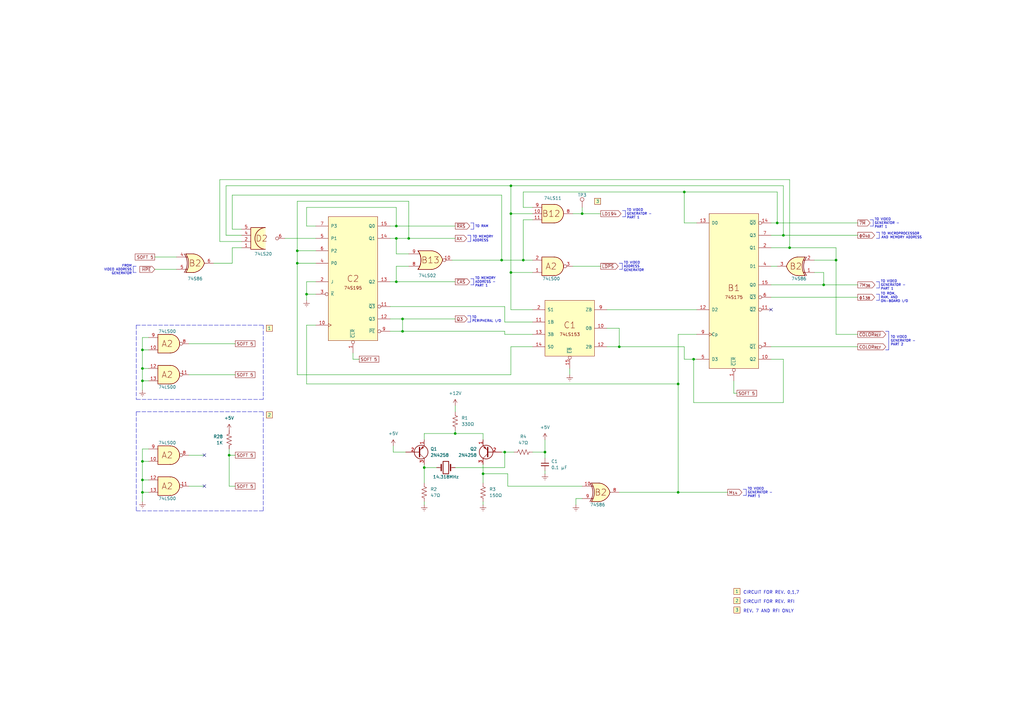
<source format=kicad_sch>
(kicad_sch (version 20211123) (generator eeschema)
  (paper "A3")
  (title_block (title "Apple II - Clock Generator") (date "2022-07-11") (rev "All") (company "Apple Computers, Inc.") (comment 1 "Original schematic by Apple Computers") (comment 2 "https://github.com/omega9380/Retro-Schematics") (comment 3 "Replication by Omega9380 - July 2022") (comment 4 "Source: The Apple II Circuit Description by W. Gayler"))
  (lib_symbols
    (symbol "Apple II:A2_74LS00" (pin_names (offset 1.016))
      (property "Value" "A2_74LS00" (at 0 -6.35 0))
      (symbol "A2_74LS00_0_0"
        (text "A2" (at 0 0 0) (effects (font (size 2.54 2.54))))
      )
      (symbol "A2_74LS00_1_1"
        (pin input line (at -7.62 2.54 0) (length 3.81) (name "~") (number "1"))
        (pin input line (at -7.62 -2.54 0) (length 3.81) (name "~") (number "2"))
        (pin output inverted (at 8.89 0 180) (length 3.81) (name "~") (number "3"))
      )
      (symbol "A2_74LS00_1_2"
        (pin input inverted (at -7.62 2.54 0) (length 4.318) (name "~") (number "1"))
        (pin input inverted (at -7.62 -2.54 0) (length 4.318) (name "~") (number "2"))
        (pin output line (at 7.62 0 180) (length 3.81) (name "~") (number "3"))
      )
      (symbol "A2_74LS00_2_1"
        (pin input line (at -7.62 2.54 0) (length 3.81) (name "~") (number "4"))
        (pin input line (at -7.62 -2.54 0) (length 3.81) (name "~") (number "5"))
        (pin output inverted (at 8.89 0 180) (length 3.81) (name "~") (number "6"))
      )
      (symbol "A2_74LS00_2_2"
        (pin input inverted (at -7.62 2.54 0) (length 4.318) (name "~") (number "4"))
        (pin input inverted (at -7.62 -2.54 0) (length 4.318) (name "~") (number "5"))
        (pin output line (at 7.62 0 180) (length 3.81) (name "~") (number "6"))
      )
      (symbol "A2_74LS00_3_1"
        (pin input line (at -7.62 -2.54 0) (length 3.81) (name "~") (number "10"))
        (pin output inverted (at 8.89 0 180) (length 3.81) (name "~") (number "8"))
        (pin input line (at -7.62 2.54 0) (length 3.81) (name "~") (number "9"))
      )
      (symbol "A2_74LS00_3_2"
        (pin input inverted (at -7.62 -2.54 0) (length 4.318) (name "~") (number "10"))
        (pin output line (at 7.62 0 180) (length 3.81) (name "~") (number "8"))
        (pin input inverted (at -7.62 2.54 0) (length 4.318) (name "~") (number "9"))
      )
      (symbol "A2_74LS00_4_1"
        (pin output inverted (at 8.89 0 180) (length 3.81) (name "~") (number "11"))
        (pin input line (at -7.62 2.54 0) (length 3.81) (name "~") (number "12"))
        (pin input line (at -7.62 -2.54 0) (length 3.81) (name "~") (number "13"))
      )
      (symbol "A2_74LS00_4_2"
        (pin output line (at 7.62 0 180) (length 3.81) (name "~") (number "11"))
        (pin input inverted (at -7.62 2.54 0) (length 4.318) (name "~") (number "12"))
        (pin input inverted (at -7.62 -2.54 0) (length 4.318) (name "~") (number "13"))
      )
    )
    (symbol "Apple II:B12_74LS11" (pin_names (offset 1.016))
      (property "Value" "B12_74LS11" (at 0 -6.35 0))
      (symbol "B12_74LS11_0_0"
        (text "B12" (at 0 0 0) (effects (font (size 2.54 2.54))))
      )
      (symbol "B12_74LS11_1_1"
        (pin input line (at -7.62 2.54 0) (length 3.81) (name "~") (number "1"))
        (pin output line (at 8.89 0 180) (length 3.81) (name "~") (number "12"))
        (pin input line (at -7.62 -2.54 0) (length 3.81) (name "~") (number "13"))
        (pin input line (at -7.62 0 0) (length 3.81) (name "~") (number "2"))
      )
      (symbol "B12_74LS11_1_2"
        (pin input inverted (at -7.62 2.54 0) (length 4.318) (name "~") (number "1"))
        (pin output inverted (at 7.62 0 180) (length 3.81) (name "~") (number "12"))
        (pin input inverted (at -7.62 -2.54 0) (length 4.318) (name "~") (number "13"))
        (pin input inverted (at -7.62 0 0) (length 4.953) (name "~") (number "2"))
      )
      (symbol "B12_74LS11_2_1"
        (pin input line (at -7.62 2.54 0) (length 3.81) (name "~") (number "3"))
        (pin input line (at -7.62 0 0) (length 3.81) (name "~") (number "4"))
        (pin input line (at -7.62 -2.54 0) (length 3.81) (name "~") (number "5"))
        (pin output line (at 8.89 0 180) (length 3.81) (name "~") (number "6"))
      )
      (symbol "B12_74LS11_2_2"
        (pin input inverted (at -7.62 2.54 0) (length 4.318) (name "~") (number "3"))
        (pin input inverted (at -7.62 0 0) (length 4.953) (name "~") (number "4"))
        (pin input inverted (at -7.62 -2.54 0) (length 4.318) (name "~") (number "5"))
        (pin output inverted (at 7.62 0 180) (length 3.81) (name "~") (number "6"))
      )
      (symbol "B12_74LS11_3_1"
        (pin input line (at -7.62 0 0) (length 3.81) (name "~") (number "10"))
        (pin input line (at -7.62 -2.54 0) (length 3.81) (name "~") (number "11"))
        (pin output line (at 8.89 0 180) (length 3.81) (name "~") (number "8"))
        (pin input line (at -7.62 2.54 0) (length 3.81) (name "~") (number "9"))
      )
      (symbol "B12_74LS11_3_2"
        (pin input inverted (at -7.62 0 0) (length 4.953) (name "~") (number "10"))
        (pin input inverted (at -7.62 -2.54 0) (length 4.318) (name "~") (number "11"))
        (pin output inverted (at 7.62 0 180) (length 3.81) (name "~") (number "8"))
        (pin input inverted (at -7.62 2.54 0) (length 4.318) (name "~") (number "9"))
      )
    )
    (symbol "Apple II:B13_74LS02" (pin_names (offset 1.016))
      (property "Value" "B13_74LS02" (at 0 -6.35 0))
      (symbol "B13_74LS02_0_0"
        (text "B13" (at 1.27 0 0) (effects (font (size 2.54 2.54))))
      )
      (symbol "B13_74LS02_1_1"
        (pin output inverted (at 10.16 0 180) (length 3.81) (name "~") (number "1"))
        (pin input line (at -7.62 2.54 0) (length 4.318) (name "~") (number "2"))
        (pin input line (at -7.62 -2.54 0) (length 4.318) (name "~") (number "3"))
      )
      (symbol "B13_74LS02_1_2"
        (pin output line (at 7.62 0 180) (length 3.81) (name "~") (number "1"))
        (pin input inverted (at -7.62 2.54 0) (length 3.81) (name "~") (number "2"))
        (pin input inverted (at -7.62 -2.54 0) (length 3.81) (name "~") (number "3"))
      )
      (symbol "B13_74LS02_2_1"
        (pin output inverted (at 10.16 0 180) (length 3.81) (name "~") (number "4"))
        (pin input line (at -7.62 2.54 0) (length 4.318) (name "~") (number "5"))
        (pin input line (at -7.62 -2.54 0) (length 4.318) (name "~") (number "6"))
      )
      (symbol "B13_74LS02_2_2"
        (pin output line (at 7.62 0 180) (length 3.81) (name "~") (number "4"))
        (pin input inverted (at -7.62 2.54 0) (length 3.81) (name "~") (number "5"))
        (pin input inverted (at -7.62 -2.54 0) (length 3.81) (name "~") (number "6"))
      )
      (symbol "B13_74LS02_3_1"
        (pin output inverted (at 10.16 0 180) (length 3.81) (name "~") (number "10"))
        (pin input line (at -7.62 2.54 0) (length 4.318) (name "~") (number "8"))
        (pin input line (at -7.62 -2.54 0) (length 4.318) (name "~") (number "9"))
      )
      (symbol "B13_74LS02_3_2"
        (pin output line (at 7.62 0 180) (length 3.81) (name "~") (number "10"))
        (pin input inverted (at -7.62 2.54 0) (length 3.81) (name "~") (number "8"))
        (pin input inverted (at -7.62 -2.54 0) (length 3.81) (name "~") (number "9"))
      )
      (symbol "B13_74LS02_4_1"
        (pin input line (at -7.62 2.54 0) (length 4.318) (name "~") (number "11"))
        (pin input line (at -7.62 -2.54 0) (length 4.318) (name "~") (number "12"))
        (pin output inverted (at 10.16 0 180) (length 3.81) (name "~") (number "13"))
      )
      (symbol "B13_74LS02_4_2"
        (pin input inverted (at -7.62 2.54 0) (length 3.81) (name "~") (number "11"))
        (pin input inverted (at -7.62 -2.54 0) (length 3.81) (name "~") (number "12"))
        (pin output line (at 7.62 0 180) (length 3.81) (name "~") (number "13"))
      )
    )
    (symbol "Apple II:B1_74S175" (pin_names (offset 1.016))
      (symbol "B1_74S175_0_0"
        (text "74S175" (at 10.16 -34.29 0) (effects (font (size 1.27 1.27))))
        (text "B1" (at 10.16 -30.48 0) (effects (font (size 2.54 2.54))))
      )
      (symbol "B1_74S175_1_0"
        (pin input inverted (at 10.16 -68.58 90) (length 5.08) (name "~{CLR}") (number "1"))
        (pin output line (at 25.4 -59.69 180) (length 5.08) (name "Q2") (number "10"))
        (pin output inverted (at 25.4 -39.37 180) (length 5.08) (name "~{Q2}") (number "11"))
        (pin input line (at -5.08 -39.37 0) (length 5.08) (name "D2") (number "12"))
        (pin input line (at -5.08 -3.81 0) (length 5.08) (name "D0") (number "13"))
        (pin output inverted (at 25.4 -3.81 180) (length 5.08) (name "~{Q0}") (number "14"))
        (pin output line (at 25.4 -29.21 180) (length 5.08) (name "Q0") (number "15"))
        (pin output line (at 25.4 -13.97 180) (length 5.08) (name "Q1") (number "2"))
        (pin output inverted (at 25.4 -54.61 180) (length 5.08) (name "~{Q1}") (number "3"))
        (pin input line (at 25.4 -21.59 180) (length 5.08) (name "D1") (number "4"))
        (pin input line (at -5.08 -59.69 0) (length 5.08) (name "D3") (number "5"))
        (pin output inverted (at 25.4 -34.29 180) (length 5.08) (name "~{Q3}") (number "6"))
        (pin output line (at 25.4 -8.89 180) (length 5.08) (name "Q3") (number "7"))
        (pin input clock (at -5.08 -49.53 0) (length 5.08) (name "Cp") (number "9"))
      )
    )
    (symbol "Apple II:B2_74S86" (pin_names (offset 1.016))
      (property "Value" "B2_74S86" (at 0 -5.08 0))
      (symbol "B2_74S86_0_0"
        (text "B2" (at 0 0 0) (effects (font (size 2.54 2.54))))
      )
      (symbol "B2_74S86_1_0"
        (pin input line (at -7.62 2.54 0) (length 4.445) (name "~") (number "1"))
        (pin input line (at -7.62 -2.54 0) (length 4.445) (name "~") (number "2"))
        (pin output line (at 7.62 0 180) (length 3.81) (name "~") (number "3"))
      )
      (symbol "B2_74S86_2_0"
        (pin input line (at -7.62 2.54 0) (length 4.445) (name "~") (number "4"))
        (pin input line (at -7.62 -2.54 0) (length 4.445) (name "~") (number "5"))
        (pin output line (at 7.62 0 180) (length 3.81) (name "~") (number "6"))
      )
      (symbol "B2_74S86_3_0"
        (pin input line (at -7.62 -2.54 0) (length 4.445) (name "~") (number "10"))
        (pin output line (at 7.62 0 180) (length 3.81) (name "~") (number "8"))
        (pin input line (at -7.62 2.54 0) (length 4.445) (name "~") (number "9"))
      )
      (symbol "B2_74S86_4_0"
        (pin output line (at 7.62 0 180) (length 3.81) (name "~") (number "11"))
        (pin input line (at -7.62 2.54 0) (length 4.445) (name "~") (number "12"))
        (pin input line (at -7.62 -2.54 0) (length 4.445) (name "~") (number "13"))
      )
    )
    (symbol "Apple II:C1_74LS153" (pin_names (offset 1.016))
      (symbol "C1_74LS153_1_0"
        (pin input line (at 25.4 -11.43 180) (length 5.08) (name "0B") (number "10"))
        (pin input line (at -5.08 -8.89 0) (length 5.08) (name "1B") (number "11"))
        (pin input line (at 25.4 -19.05 180) (length 5.08) (name "2B") (number "12"))
        (pin input line (at -5.08 -13.97 0) (length 5.08) (name "3B") (number "13"))
        (pin input line (at -5.08 -19.05 0) (length 5.08) (name "S0") (number "14"))
        (pin input inverted (at 10.16 -27.94 90) (length 5.08) (name "~{EB}") (number "15"))
        (pin input line (at -5.08 -3.81 0) (length 5.08) (name "S1") (number "2"))
        (pin output line (at 25.4 -3.81 180) (length 5.08) (name "ZB") (number "9"))
      )
      (symbol "C1_74LS153_1_1"
        (text "74LS153" (at 10.16 -13.97 0) (effects (font (size 1.27 1.27))))
        (text "C1" (at 10.16 -10.16 0) (effects (font (size 2.54 2.54))))
      )
      (symbol "C1_74LS153_2_0"
        (pin input inverted (at 10.16 -31.75 90) (length 5.08) (name "~{EA}") (number "1"))
        (pin input line (at -5.08 -22.86 0) (length 5.08) (name "S0") (number "14"))
        (pin input line (at -5.08 -19.05 0) (length 5.08) (name "S1") (number "2"))
        (pin input line (at -5.08 -11.43 0) (length 5.08) (name "3A") (number "3"))
        (pin input line (at -5.08 -15.24 0) (length 5.08) (name "2A") (number "4"))
        (pin input line (at -5.08 -7.62 0) (length 5.08) (name "1A") (number "5"))
        (pin input line (at -5.08 -3.81 0) (length 5.08) (name "0A") (number "6"))
        (pin output line (at 25.4 -13.97 180) (length 5.08) (name "ZA") (number "7"))
      )
      (symbol "C1_74LS153_2_1"
        (text "74LS153" (at 10.16 -15.24 0) (effects (font (size 1.27 1.27))))
        (text "C1" (at 10.16 -11.43 0) (effects (font (size 2.54 2.54))))
      )
      (symbol "C1_74LS153_3_0"
        (pin input inverted (at 10.16 -34.29 90) (length 5.08) (name "~{EA}") (number "1"))
        (pin input line (at -5.08 -25.4 0) (length 5.08) (name "S0") (number "14"))
        (pin input line (at -5.08 -21.59 0) (length 5.08) (name "S1") (number "2"))
        (pin input line (at -5.08 -13.97 0) (length 5.08) (name "3A") (number "3"))
        (pin input line (at -5.08 -17.78 0) (length 5.08) (name "2A") (number "4"))
        (pin input line (at -5.08 -7.62 0) (length 5.08) (name "1A") (number "5"))
        (pin input line (at -5.08 -3.81 0) (length 5.08) (name "0A") (number "6"))
        (pin output line (at 25.4 -13.97 180) (length 5.08) (name "ZA") (number "7"))
      )
      (symbol "C1_74LS153_3_1"
        (text "74LS153" (at 10.16 -15.24 0) (effects (font (size 1.27 1.27))))
        (text "C1" (at 10.16 -11.43 0) (effects (font (size 2.54 2.54))))
      )
    )
    (symbol "Apple II:C2_74S195" (pin_names (offset 1.016))
      (symbol "C2_74S195_0_0"
        (text "74S195" (at 10.16 -29.21 0) (effects (font (size 1.27 1.27))))
        (text "C2" (at 10.16 -25.4 0) (effects (font (size 2.54 2.54))))
      )
      (symbol "C2_74S195_1_0"
        (pin input inverted (at 10.16 -55.88 90) (length 5.08) (name "~{CLR}") (number "1"))
        (pin input clock (at -5.08 -44.45 0) (length 5.08) (name "") (number "10"))
        (pin output inverted (at 25.4 -36.83 180) (length 5.08) (name "~{Q3}") (number "11"))
        (pin output line (at 25.4 -41.91 180) (length 5.08) (name "Q3") (number "12"))
        (pin output line (at 25.4 -26.67 180) (length 5.08) (name "Q2") (number "13"))
        (pin output line (at 25.4 -8.89 180) (length 5.08) (name "Q1") (number "14"))
        (pin output line (at 25.4 -3.81 180) (length 5.08) (name "Q0") (number "15"))
        (pin input line (at -5.08 -26.67 0) (length 5.08) (name "J") (number "2"))
        (pin input inverted (at -5.08 -31.75 0) (length 5.08) (name "~{K}") (number "3"))
        (pin input line (at -5.08 -19.05 0) (length 5.08) (name "P0") (number "4"))
        (pin input line (at -5.08 -8.89 0) (length 5.08) (name "P1") (number "5"))
        (pin input line (at -5.08 -13.97 0) (length 5.08) (name "P2") (number "6"))
        (pin input line (at -5.08 -3.81 0) (length 5.08) (name "P3") (number "7"))
        (pin input inverted (at 25.4 -46.99 180) (length 5.08) (name "~{PE}") (number "9"))
      )
    )
    (symbol "Apple II:D2_74LS20" (pin_names (offset 1.016))
      (property "Value" "D2_74LS20" (at 0 -6.35 0))
      (symbol "D2_74LS20_0_0"
        (text "D2" (at 0.635 0 0) (effects (font (size 2.54 2.54))))
      )
      (symbol "D2_74LS20_1_1"
        (pin input line (at -7.62 -3.81 0) (length 3.81) (name "~") (number "1"))
        (pin input line (at -7.62 -1.27 0) (length 3.81) (name "~") (number "2"))
        (pin input line (at -7.62 1.27 0) (length 3.81) (name "~") (number "4"))
        (pin input line (at -7.62 3.81 0) (length 3.81) (name "~") (number "5"))
        (pin output inverted (at 10.16 0 180) (length 3.81) (name "~") (number "6"))
      )
      (symbol "D2_74LS20_1_2"
        (pin input inverted (at -7.62 3.81 0) (length 3.81) (name "~") (number "1"))
        (pin input inverted (at -7.62 1.27 0) (length 4.826) (name "~") (number "2"))
        (pin input inverted (at -7.62 -1.27 0) (length 4.826) (name "~") (number "4"))
        (pin input inverted (at -7.62 -3.81 0) (length 3.81) (name "~") (number "5"))
        (pin output line (at 7.62 0 180) (length 3.81) (name "~") (number "6"))
      )
      (symbol "D2_74LS20_2_1"
        (pin input line (at -7.62 -1.27 0) (length 3.81) (name "~") (number "10"))
        (pin input line (at -7.62 1.27 0) (length 3.81) (name "~") (number "12"))
        (pin input line (at -7.62 3.81 0) (length 3.81) (name "~") (number "13"))
        (pin output inverted (at 10.16 0 180) (length 3.81) (name "~") (number "8"))
        (pin input line (at -7.62 -3.81 0) (length 3.81) (name "~") (number "9"))
      )
      (symbol "D2_74LS20_2_2"
        (pin input inverted (at -7.62 1.27 0) (length 4.826) (name "~") (number "10"))
        (pin input inverted (at -7.62 -1.27 0) (length 4.826) (name "~") (number "12"))
        (pin input inverted (at -7.62 -3.81 0) (length 3.81) (name "~") (number "13"))
        (pin output line (at 7.62 0 180) (length 3.81) (name "~") (number "8"))
        (pin input inverted (at -7.62 3.81 0) (length 3.81) (name "~") (number "9"))
      )
    )
    (symbol "Apple II:NOTE_NUMBER"
      (property "Value" "NOTE_NUMBER" (at 0 0 0))
    )
    (symbol "Connector:TestPoint" (pin_numbers hide) (pin_names (offset 0.762) hide)
      (property "Reference" "TP" (at 0 6.858 0))
      (property "Value" "TestPoint" (at 0 5.08 0))
      (symbol "TestPoint_1_1"
        (pin passive line (at 0 0 90) (length 2.54) (name "1") (number "1"))
      )
    )
    (symbol "Device:C_Small" (pin_numbers hide) (pin_names (offset 0.254) hide)
      (property "Reference" "C" (at 0.254 1.778 0))
      (property "Value" "C_Small" (at 0.254 -2.032 0))
      (symbol "C_Small_1_1"
        (pin passive line (at 0 2.54 270) (length 2.032) (name "~") (number "1"))
        (pin passive line (at 0 -2.54 90) (length 2.032) (name "~") (number "2"))
      )
    )
    (symbol "Device:Crystal" (pin_numbers hide) (pin_names (offset 1.016) hide)
      (property "Reference" "Y" (at 0 3.81 0))
      (property "Value" "Crystal" (at 0 -3.81 0))
      (symbol "Crystal_1_1"
        (pin passive line (at -3.81 0 0) (length 1.27) (name "1") (number "1"))
        (pin passive line (at 3.81 0 180) (length 1.27) (name "2") (number "2"))
      )
    )
    (symbol "Device:R_US" (pin_numbers hide) (pin_names (offset 0))
      (property "Reference" "R" (at 2.54 0 90))
      (property "Value" "R_US" (at -2.54 0 90))
      (symbol "R_US_1_1"
        (pin passive line (at 0 3.81 270) (length 1.27) (name "~") (number "1"))
        (pin passive line (at 0 -3.81 90) (length 1.27) (name "~") (number "2"))
      )
    )
    (symbol "Transistor_BJT:2N3905" (pin_names (offset 0) hide)
      (property "Reference" "Q" (at 5.08 1.905 0))
      (property "Value" "2N3905" (at 5.08 0 0))
      (symbol "2N3905_1_1"
        (pin passive line (at 2.54 -5.08 90) (length 2.54) (name "E") (number "1"))
        (pin input line (at -5.08 0 0) (length 5.715) (name "B") (number "2"))
        (pin passive line (at 2.54 5.08 270) (length 2.54) (name "C") (number "3"))
      )
    )
    (symbol "power:+12V" (power) (pin_names (offset 0))
      (property "Value" "+12V" (at 0 3.556 0))
      (symbol "+12V_1_1"
        (pin power_in line (at 0 0 90) (length 0) hide (name "+12V") (number "1"))
      )
    )
    (symbol "power:+5V" (power) (pin_names (offset 0))
      (property "Value" "+5V" (at 0 3.556 0))
      (symbol "+5V_1_1"
        (pin power_in line (at 0 0 90) (length 0) hide (name "+5V") (number "1"))
      )
    )
    (symbol "power:Earth" (power) (pin_names (offset 0))
      (symbol "Earth_1_1"
        (pin power_in line (at 0 0 270) (length 0) hide (name "Earth") (number "1"))
      )
    )
  )
  (junction (at 209.55 111.76))
  (junction (at 278.13 157.48))
  (junction (at 173.99 191.77))
  (junction (at 93.98 186.69))
  (junction (at 121.92 102.87))
  (junction (at 318.77 91.44))
  (junction (at 214.63 106.68))
  (junction (at 58.42 201.93))
  (junction (at 162.56 115.57))
  (junction (at 125.73 120.65))
  (junction (at 186.69 177.8))
  (junction (at 58.42 156.21))
  (junction (at 58.42 143.51))
  (junction (at 207.01 185.42))
  (junction (at 162.56 92.71))
  (junction (at 278.13 201.93))
  (junction (at 238.76 87.63))
  (junction (at 209.55 87.63))
  (junction (at 58.42 196.85))
  (junction (at 254 142.24))
  (junction (at 284.48 147.32))
  (junction (at 223.52 185.42))
  (junction (at 321.31 96.52))
  (junction (at 337.82 116.84))
  (junction (at 165.1 135.89))
  (junction (at 121.92 107.95))
  (junction (at 58.42 189.23))
  (junction (at 323.85 101.6))
  (junction (at 205.74 106.68))
  (junction (at 167.64 97.79))
  (junction (at 162.56 97.79))
  (junction (at 198.12 194.31))
  (junction (at 342.9 106.68))
  (junction (at 209.55 76.2))
  (junction (at 280.67 78.74))
  (junction (at 165.1 130.81))
  (junction (at 58.42 151.13))
  (no_connect (at 83.82 199.39))
  (no_connect (at 316.23 127))
  (no_connect (at 83.82 186.69))
  (polyline (pts (xy 55.88 111.76) (xy 54.61 111.76)) (stroke (width 0) (type solid)))
  (wire (pts (xy 248.92 134.62) (xy 254 134.62)))
  (wire (pts (xy 218.44 111.76) (xy 209.55 111.76)))
  (wire (pts (xy 161.29 185.42) (xy 161.29 182.88)))
  (wire (pts (xy 186.69 97.79) (xy 167.64 97.79)))
  (wire (pts (xy 121.92 102.87) (xy 121.92 107.95)))
  (wire (pts (xy 207.01 125.73) (xy 207.01 132.08)))
  (wire (pts (xy 207.01 137.16) (xy 207.01 135.89)))
  (polyline (pts (xy 255.27 107.95) (xy 255.27 110.49)) (stroke (width 0) (type solid)))
  (polyline (pts (xy 193.04 114.3) (xy 194.31 114.3)) (stroke (width 0) (type solid)))
  (wire (pts (xy 186.69 177.8) (xy 173.99 177.8)))
  (wire (pts (xy 167.64 82.55) (xy 167.64 97.79)))
  (wire (pts (xy 246.38 87.63) (xy 238.76 87.63)))
  (wire (pts (xy 218.44 185.42) (xy 223.52 185.42)))
  (wire (pts (xy 351.79 121.92) (xy 316.23 121.92)))
  (wire (pts (xy 173.99 190.5) (xy 173.99 191.77)))
  (wire (pts (xy 238.76 204.47) (xy 236.22 204.47)))
  (polyline (pts (xy 360.68 115.57) (xy 360.68 118.11)) (stroke (width 0) (type solid)))
  (wire (pts (xy 209.55 142.24) (xy 218.44 142.24)))
  (wire (pts (xy 337.82 116.84) (xy 316.23 116.84)))
  (wire (pts (xy 198.12 180.34) (xy 198.12 177.8)))
  (wire (pts (xy 58.42 201.93) (xy 60.96 201.93)))
  (wire (pts (xy 95.25 101.6) (xy 95.25 107.95)))
  (wire (pts (xy 207.01 185.42) (xy 205.74 185.42)))
  (wire (pts (xy 186.69 166.37) (xy 186.69 168.91)))
  (wire (pts (xy 96.52 140.97) (xy 77.47 140.97)))
  (wire (pts (xy 162.56 92.71) (xy 186.69 92.71)))
  (polyline (pts (xy 55.88 168.91) (xy 55.88 209.55)))
  (wire (pts (xy 99.06 101.6) (xy 95.25 101.6)))
  (polyline (pts (xy 193.04 129.54) (xy 193.04 132.08)) (stroke (width 0) (type solid)))
  (wire (pts (xy 238.76 199.39) (xy 208.28 199.39)))
  (wire (pts (xy 99.06 99.06) (xy 90.17 99.06)))
  (wire (pts (xy 162.56 104.14) (xy 162.56 97.79)))
  (polyline (pts (xy 54.61 111.76) (xy 54.61 109.22)) (stroke (width 0) (type solid)))
  (wire (pts (xy 321.31 96.52) (xy 316.23 96.52)))
  (polyline (pts (xy 304.8 203.2) (xy 306.07 203.2)) (stroke (width 0) (type solid)))
  (wire (pts (xy 323.85 73.66) (xy 323.85 101.6)))
  (wire (pts (xy 99.06 96.52) (xy 92.71 96.52)))
  (wire (pts (xy 186.69 176.53) (xy 186.69 177.8)))
  (wire (pts (xy 186.69 130.81) (xy 165.1 130.81)))
  (polyline (pts (xy 55.88 109.22) (xy 54.61 109.22)) (stroke (width 0) (type solid)))
  (wire (pts (xy 60.96 196.85) (xy 58.42 196.85)))
  (wire (pts (xy 125.73 115.57) (xy 125.73 120.65)))
  (polyline (pts (xy 356.87 90.17) (xy 358.14 90.17)) (stroke (width 0) (type solid)))
  (wire (pts (xy 351.79 91.44) (xy 318.77 91.44)))
  (wire (pts (xy 209.55 76.2) (xy 321.31 76.2)))
  (wire (pts (xy 278.13 201.93) (xy 298.45 201.93)))
  (wire (pts (xy 83.82 186.69) (xy 77.47 186.69)))
  (wire (pts (xy 210.82 185.42) (xy 207.01 185.42)))
  (polyline (pts (xy 360.68 120.65) (xy 360.68 123.19)) (stroke (width 0) (type solid)))
  (wire (pts (xy 58.42 205.74) (xy 58.42 201.93)))
  (wire (pts (xy 165.1 135.89) (xy 207.01 135.89)))
  (wire (pts (xy 233.68 153.67) (xy 233.68 151.13)))
  (wire (pts (xy 214.63 106.68) (xy 218.44 106.68)))
  (wire (pts (xy 92.71 96.52) (xy 92.71 76.2)))
  (wire (pts (xy 318.77 109.22) (xy 316.23 109.22)))
  (wire (pts (xy 166.37 185.42) (xy 161.29 185.42)))
  (wire (pts (xy 321.31 165.1) (xy 284.48 165.1)))
  (polyline (pts (xy 55.88 133.35) (xy 55.88 163.83)))
  (wire (pts (xy 160.02 135.89) (xy 165.1 135.89)))
  (wire (pts (xy 278.13 157.48) (xy 125.73 157.48)))
  (wire (pts (xy 223.52 185.42) (xy 223.52 187.96)))
  (wire (pts (xy 92.71 76.2) (xy 209.55 76.2)))
  (wire (pts (xy 323.85 101.6) (xy 342.9 101.6)))
  (wire (pts (xy 223.52 194.31) (xy 223.52 193.04)))
  (wire (pts (xy 218.44 85.09) (xy 214.63 85.09)))
  (wire (pts (xy 116.84 97.79) (xy 129.54 97.79)))
  (wire (pts (xy 318.77 91.44) (xy 316.23 91.44)))
  (wire (pts (xy 125.73 85.09) (xy 162.56 85.09)))
  (wire (pts (xy 280.67 147.32) (xy 280.67 142.24)))
  (wire (pts (xy 162.56 85.09) (xy 162.56 92.71)))
  (wire (pts (xy 144.78 147.32) (xy 147.32 147.32)))
  (wire (pts (xy 83.82 199.39) (xy 77.47 199.39)))
  (wire (pts (xy 351.79 96.52) (xy 321.31 96.52)))
  (polyline (pts (xy 194.31 93.98) (xy 194.31 91.44)) (stroke (width 0) (type solid)))
  (wire (pts (xy 121.92 82.55) (xy 121.92 102.87)))
  (polyline (pts (xy 359.41 115.57) (xy 360.68 115.57)) (stroke (width 0) (type solid)))
  (wire (pts (xy 125.73 120.65) (xy 129.54 120.65)))
  (wire (pts (xy 165.1 130.81) (xy 160.02 130.81)))
  (polyline (pts (xy 193.04 93.98) (xy 194.31 93.98)) (stroke (width 0) (type solid)))
  (wire (pts (xy 300.99 156.21) (xy 300.99 161.29)))
  (wire (pts (xy 280.67 142.24) (xy 254 142.24)))
  (wire (pts (xy 209.55 153.67) (xy 209.55 142.24)))
  (wire (pts (xy 162.56 109.22) (xy 162.56 115.57)))
  (wire (pts (xy 121.92 107.95) (xy 129.54 107.95)))
  (wire (pts (xy 278.13 137.16) (xy 278.13 157.48)))
  (polyline (pts (xy 256.54 86.36) (xy 256.54 88.9)) (stroke (width 0) (type solid)))
  (wire (pts (xy 198.12 190.5) (xy 198.12 194.31)))
  (wire (pts (xy 58.42 189.23) (xy 60.96 189.23)))
  (wire (pts (xy 334.01 106.68) (xy 342.9 106.68)))
  (wire (pts (xy 214.63 85.09) (xy 214.63 78.74)))
  (wire (pts (xy 93.98 199.39) (xy 93.98 186.69)))
  (wire (pts (xy 238.76 85.09) (xy 238.76 87.63)))
  (polyline (pts (xy 107.95 168.91) (xy 107.95 209.55)))
  (wire (pts (xy 162.56 115.57) (xy 160.02 115.57)))
  (wire (pts (xy 236.22 204.47) (xy 236.22 207.01)))
  (wire (pts (xy 167.64 109.22) (xy 162.56 109.22)))
  (wire (pts (xy 278.13 157.48) (xy 278.13 201.93)))
  (polyline (pts (xy 356.87 92.71) (xy 358.14 92.71)) (stroke (width 0) (type solid)))
  (polyline (pts (xy 254 110.49) (xy 255.27 110.49)) (stroke (width 0) (type solid)))
  (polyline (pts (xy 359.41 118.11) (xy 360.68 118.11)) (stroke (width 0) (type solid)))
  (wire (pts (xy 99.06 93.98) (xy 95.25 93.98)))
  (polyline (pts (xy 359.41 95.25) (xy 360.68 95.25)) (stroke (width 0) (type solid)))
  (wire (pts (xy 208.28 199.39) (xy 208.28 194.31)))
  (wire (pts (xy 318.77 78.74) (xy 318.77 91.44)))
  (wire (pts (xy 121.92 153.67) (xy 209.55 153.67)))
  (wire (pts (xy 95.25 93.98) (xy 95.25 80.01)))
  (polyline (pts (xy 107.95 133.35) (xy 107.95 163.83)))
  (wire (pts (xy 60.96 184.15) (xy 58.42 184.15)))
  (wire (pts (xy 342.9 106.68) (xy 342.9 137.16)))
  (wire (pts (xy 58.42 196.85) (xy 58.42 201.93)))
  (wire (pts (xy 321.31 76.2) (xy 321.31 96.52)))
  (wire (pts (xy 209.55 127) (xy 209.55 111.76)))
  (wire (pts (xy 248.92 127) (xy 285.75 127)))
  (wire (pts (xy 144.78 144.78) (xy 144.78 147.32)))
  (polyline (pts (xy 107.95 163.83) (xy 55.88 163.83)))
  (polyline (pts (xy 55.88 133.35) (xy 107.95 133.35)))
  (wire (pts (xy 72.39 105.41) (xy 63.5 105.41)))
  (wire (pts (xy 58.42 160.02) (xy 58.42 156.21)))
  (wire (pts (xy 209.55 87.63) (xy 209.55 111.76)))
  (polyline (pts (xy 191.77 132.08) (xy 193.04 132.08)) (stroke (width 0) (type solid)))
  (wire (pts (xy 121.92 82.55) (xy 167.64 82.55)))
  (wire (pts (xy 223.52 185.42) (xy 223.52 180.34)))
  (wire (pts (xy 90.17 99.06) (xy 90.17 73.66)))
  (wire (pts (xy 316.23 101.6) (xy 323.85 101.6)))
  (wire (pts (xy 58.42 143.51) (xy 60.96 143.51)))
  (wire (pts (xy 214.63 78.74) (xy 280.67 78.74)))
  (wire (pts (xy 167.64 104.14) (xy 162.56 104.14)))
  (wire (pts (xy 58.42 143.51) (xy 58.42 151.13)))
  (polyline (pts (xy 193.04 116.84) (xy 194.31 116.84)) (stroke (width 0) (type solid)))
  (wire (pts (xy 284.48 147.32) (xy 280.67 147.32)))
  (polyline (pts (xy 193.04 91.44) (xy 194.31 91.44)) (stroke (width 0) (type solid)))
  (wire (pts (xy 238.76 87.63) (xy 234.95 87.63)))
  (wire (pts (xy 173.99 198.12) (xy 173.99 191.77)))
  (polyline (pts (xy 255.27 88.9) (xy 256.54 88.9)) (stroke (width 0) (type solid)))
  (wire (pts (xy 96.52 153.67) (xy 77.47 153.67)))
  (wire (pts (xy 125.73 123.19) (xy 125.73 120.65)))
  (wire (pts (xy 63.5 110.49) (xy 72.39 110.49)))
  (wire (pts (xy 198.12 194.31) (xy 198.12 198.12)))
  (wire (pts (xy 90.17 73.66) (xy 323.85 73.66)))
  (wire (pts (xy 162.56 92.71) (xy 160.02 92.71)))
  (wire (pts (xy 205.74 106.68) (xy 185.42 106.68)))
  (wire (pts (xy 334.01 111.76) (xy 337.82 111.76)))
  (wire (pts (xy 205.74 80.01) (xy 205.74 106.68)))
  (wire (pts (xy 214.63 90.17) (xy 214.63 106.68)))
  (wire (pts (xy 129.54 102.87) (xy 121.92 102.87)))
  (polyline (pts (xy 55.88 168.91) (xy 107.95 168.91)))
  (polyline (pts (xy 191.77 99.06) (xy 193.04 99.06)) (stroke (width 0) (type solid)))
  (wire (pts (xy 129.54 115.57) (xy 125.73 115.57)))
  (wire (pts (xy 300.99 161.29) (xy 302.26 161.29)))
  (wire (pts (xy 280.67 78.74) (xy 318.77 78.74)))
  (polyline (pts (xy 254 107.95) (xy 255.27 107.95)) (stroke (width 0) (type solid)))
  (wire (pts (xy 173.99 207.01) (xy 173.99 205.74)))
  (wire (pts (xy 285.75 137.16) (xy 278.13 137.16)))
  (polyline (pts (xy 107.95 209.55) (xy 55.88 209.55)))
  (wire (pts (xy 93.98 184.15) (xy 93.98 186.69)))
  (wire (pts (xy 60.96 151.13) (xy 58.42 151.13)))
  (polyline (pts (xy 363.22 143.51) (xy 364.49 143.51)) (stroke (width 0) (type solid)))
  (wire (pts (xy 205.74 106.68) (xy 214.63 106.68)))
  (polyline (pts (xy 364.49 135.89) (xy 364.49 143.51)) (stroke (width 0) (type solid)))
  (polyline (pts (xy 191.77 129.54) (xy 193.04 129.54)) (stroke (width 0) (type solid)))
  (wire (pts (xy 58.42 151.13) (xy 58.42 156.21)))
  (wire (pts (xy 160.02 125.73) (xy 207.01 125.73)))
  (wire (pts (xy 93.98 186.69) (xy 96.52 186.69)))
  (wire (pts (xy 285.75 147.32) (xy 284.48 147.32)))
  (wire (pts (xy 207.01 191.77) (xy 207.01 185.42)))
  (wire (pts (xy 186.69 115.57) (xy 162.56 115.57)))
  (polyline (pts (xy 306.07 200.66) (xy 306.07 203.2)) (stroke (width 0) (type solid)))
  (polyline (pts (xy 359.41 123.19) (xy 360.68 123.19)) (stroke (width 0) (type solid)))
  (wire (pts (xy 167.64 97.79) (xy 162.56 97.79)))
  (wire (pts (xy 218.44 127) (xy 209.55 127)))
  (wire (pts (xy 351.79 116.84) (xy 337.82 116.84)))
  (wire (pts (xy 337.82 111.76) (xy 337.82 116.84)))
  (polyline (pts (xy 360.68 95.25) (xy 360.68 97.79)) (stroke (width 0) (type solid)))
  (polyline (pts (xy 363.22 135.89) (xy 364.49 135.89)) (stroke (width 0) (type solid)))
  (wire (pts (xy 60.96 138.43) (xy 58.42 138.43)))
  (wire (pts (xy 58.42 189.23) (xy 58.42 196.85)))
  (wire (pts (xy 351.79 142.24) (xy 316.23 142.24)))
  (wire (pts (xy 165.1 130.81) (xy 165.1 135.89)))
  (wire (pts (xy 254 142.24) (xy 248.92 142.24)))
  (wire (pts (xy 129.54 92.71) (xy 125.73 92.71)))
  (wire (pts (xy 209.55 87.63) (xy 218.44 87.63)))
  (polyline (pts (xy 304.8 200.66) (xy 306.07 200.66)) (stroke (width 0) (type solid)))
  (polyline (pts (xy 191.77 96.52) (xy 193.04 96.52)) (stroke (width 0) (type solid)))
  (polyline (pts (xy 359.41 120.65) (xy 360.68 120.65)) (stroke (width 0) (type solid)))
  (polyline (pts (xy 358.14 90.17) (xy 358.14 92.71)) (stroke (width 0) (type solid)))
  (wire (pts (xy 96.52 199.39) (xy 93.98 199.39)))
  (wire (pts (xy 58.42 184.15) (xy 58.42 189.23)))
  (wire (pts (xy 121.92 153.67) (xy 121.92 107.95)))
  (wire (pts (xy 284.48 165.1) (xy 284.48 147.32)))
  (wire (pts (xy 246.38 109.22) (xy 234.95 109.22)))
  (wire (pts (xy 173.99 191.77) (xy 179.07 191.77)))
  (wire (pts (xy 218.44 90.17) (xy 214.63 90.17)))
  (polyline (pts (xy 359.41 97.79) (xy 360.68 97.79)) (stroke (width 0) (type solid)))
  (wire (pts (xy 198.12 177.8) (xy 186.69 177.8)))
  (wire (pts (xy 186.69 191.77) (xy 207.01 191.77)))
  (polyline (pts (xy 194.31 114.3) (xy 194.31 116.84)) (stroke (width 0) (type solid)))
  (wire (pts (xy 342.9 101.6) (xy 342.9 106.68)))
  (wire (pts (xy 58.42 156.21) (xy 60.96 156.21)))
  (wire (pts (xy 209.55 76.2) (xy 209.55 87.63)))
  (wire (pts (xy 321.31 147.32) (xy 321.31 165.1)))
  (polyline (pts (xy 255.27 86.36) (xy 256.54 86.36)) (stroke (width 0) (type solid)))
  (wire (pts (xy 316.23 147.32) (xy 321.31 147.32)))
  (wire (pts (xy 280.67 91.44) (xy 285.75 91.44)))
  (wire (pts (xy 162.56 97.79) (xy 160.02 97.79)))
  (wire (pts (xy 125.73 92.71) (xy 125.73 85.09)))
  (polyline (pts (xy 193.04 96.52) (xy 193.04 99.06)) (stroke (width 0) (type solid)))
  (wire (pts (xy 254 134.62) (xy 254 142.24)))
  (wire (pts (xy 280.67 78.74) (xy 280.67 91.44)))
  (wire (pts (xy 95.25 107.95) (xy 87.63 107.95)))
  (wire (pts (xy 254 201.93) (xy 278.13 201.93)))
  (wire (pts (xy 95.25 80.01) (xy 205.74 80.01)))
  (wire (pts (xy 58.42 138.43) (xy 58.42 143.51)))
  (wire (pts (xy 208.28 194.31) (xy 198.12 194.31)))
  (wire (pts (xy 125.73 133.35) (xy 129.54 133.35)))
  (wire (pts (xy 173.99 177.8) (xy 173.99 180.34)))
  (wire (pts (xy 218.44 137.16) (xy 207.01 137.16)))
  (wire (pts (xy 125.73 157.48) (xy 125.73 133.35)))
  (wire (pts (xy 207.01 132.08) (xy 218.44 132.08)))
  (wire (pts (xy 198.12 207.01) (xy 198.12 205.74)))
  (wire (pts (xy 342.9 137.16) (xy 351.79 137.16)))
  (text "TO VIDEO\nGENERATOR -\nPART 1" (at 361.188 119.126 0) (effects (font (size 0.96 0.96)) (justify left bottom)))
  (text "TO RAM" (at 194.818 93.472 0) (effects (font (size 0.96 0.96)) (justify left bottom)))
  (text "TO VIDEO\nGENERATOR -\nPART 1" (at 257.048 89.916 0) (effects (font (size 0.96 0.96)) (justify left bottom)))
  (text "TO MICROPROCESSOR\nAND MEMORY ADDRESS" (at 361.442 98.044 0) (effects (font (size 0.96 0.96)) (justify left bottom)))
  (text "FROM\nVIDEO ADDRESS\nGENERATOR" (at 54.102 112.776 180) (effects (font (size 0.96 0.96)) (justify right bottom)))
  (text "TO MEMORY\nADDRESS -\nPART 1" (at 194.818 117.856 0) (effects (font (size 0.96 0.96)) (justify left bottom)))
  (text "TO VIDEO\nADDRESS\nGENERATOR" (at 255.778 111.506 0) (effects (font (size 0.96 0.96)) (justify left bottom)))
  (text "TO\nPERIPHERAL I/O" (at 193.548 132.334 0) (effects (font (size 0.96 0.96)) (justify left bottom)))
  (text "TO ROM,\nRAM, AND\nON-BOARD I/O" (at 361.188 124.206 0) (effects (font (size 0.96 0.96)) (justify left bottom)))
  (text "TO VIDEO\nGENERATOR -\nPART 2" (at 365.252 141.986 0) (effects (font (size 0.96 0.96)) (justify left bottom)))
  (text "REV. 7 AND RFI ONLY" (at 304.8 251.46 0) (effects (font (size 1.27 1.27)) (justify left bottom)))
  (text "TO VIDEO\nGENERATOR -\nPART 1" (at 306.578 204.216 0) (effects (font (size 0.96 0.96)) (justify left bottom)))
  (text "CIRCUIT FOR REV. RFI" (at 304.8 247.65 0) (effects (font (size 1.27 1.27)) (justify left bottom)))
  (text "TO VIDEO\nGENERATOR -\nPART 1" (at 358.648 93.726 0) (effects (font (size 0.96 0.96)) (justify left bottom)))
  (text "TO MEMORY\nADDRESS" (at 193.802 99.314 0) (effects (font (size 0.96 0.96)) (justify left bottom)))
  (text "CIRCUIT FOR REV. 0,1,7" (at 304.8 243.84 0) (effects (font (size 1.27 1.27)) (justify left bottom)))
  (global_label "Q3" (shape output) (at 186.69 130.81 0) (property "Intersheet References" "${INTERSHEET_REFS}" (effects hide)))
  (global_label "SOFT 5" (shape passive) (at 96.52 186.69 0) (property "Intersheet References" "${INTERSHEET_REFS}" (effects hide)))
  (global_label "~{CAS}" (shape output) (at 186.69 115.57 0) (property "Intersheet References" "${INTERSHEET_REFS}" (effects hide)))
  (global_label "7M_{36}" (shape output) (at 351.79 116.84 0) (property "Intersheet References" "${INTERSHEET_REFS}" (effects hide)))
  (global_label "~{HPE}" (shape input) (at 63.5 110.49 180) (property "Intersheet References" "${INTERSHEET_REFS}" (effects hide)))
  (global_label "M_{14}" (shape output) (at 298.45 201.93 0) (property "Intersheet References" "${INTERSHEET_REFS}" (effects hide)))
  (global_label "SOFT 5" (shape passive) (at 302.26 161.29 0) (property "Intersheet References" "${INTERSHEET_REFS}" (effects hide)))
  (global_label "LD194" (shape output) (at 246.38 87.63 0) (property "Intersheet References" "${INTERSHEET_REFS}" (effects hide)))
  (global_label "COLOR_{REF}" (shape output) (at 351.79 142.24 0) (property "Intersheet References" "${INTERSHEET_REFS}" (effects hide)))
  (global_label "ɸ0_{40}" (shape output) (at 351.79 96.52 0) (property "Intersheet References" "${INTERSHEET_REFS}" (effects hide)))
  (global_label "SOFT 5" (shape passive) (at 96.52 199.39 0) (property "Intersheet References" "${INTERSHEET_REFS}" (effects hide)))
  (global_label "SOFT 5" (shape passive) (at 147.32 147.32 0) (property "Intersheet References" "${INTERSHEET_REFS}" (effects hide)))
  (global_label "SOFT 5" (shape passive) (at 63.5 105.41 180) (property "Intersheet References" "${INTERSHEET_REFS}" (effects hide)))
  (global_label "SOFT 5" (shape passive) (at 96.52 140.97 0) (property "Intersheet References" "${INTERSHEET_REFS}" (effects hide)))
  (global_label "ɸ1_{38}" (shape output) (at 351.79 121.92 0) (property "Intersheet References" "${INTERSHEET_REFS}" (effects hide)))
  (global_label "~{RAS}" (shape output) (at 186.69 92.71 0) (property "Intersheet References" "${INTERSHEET_REFS}" (effects hide)))
  (global_label "~{7M}" (shape output) (at 351.79 91.44 0) (property "Intersheet References" "${INTERSHEET_REFS}" (effects hide)))
  (global_label "~{COLOR_{REF}}" (shape output) (at 351.79 137.16 0) (property "Intersheet References" "${INTERSHEET_REFS}" (effects hide)))
  (global_label "SOFT 5" (shape passive) (at 96.52 153.67 0) (property "Intersheet References" "${INTERSHEET_REFS}" (effects hide)))
  (global_label "~{LDPS}" (shape output) (at 246.38 109.22 0) (property "Intersheet References" "${INTERSHEET_REFS}" (effects hide)))
  (global_label "AX" (shape output) (at 186.69 97.79 0) (property "Intersheet References" "${INTERSHEET_REFS}" (effects hide)))
  (symbol (lib_id "Apple II:NOTE_NUMBER") (at 302.26 246.38 0) (unit 1) (in_bom no) (on_board no)
    (property "Reference" "N2" (effects hide))
    (property "Value" "2" (at 302.26 246.38 0))
  )
  (symbol (lib_id "Device:R_US") (at 186.69 172.72 180) (unit 1)
    (property "Reference" "R1" (at 189.23 171.4499 0) (effects (justify right)))
    (property "Value" "330Ω" (at 189.23 173.9899 0) (effects (justify right)))
  )
  (symbol (lib_id "Connector:TestPoint") (at 238.76 85.09 0) (unit 1)
    (property "Reference" "TP3" (at 238.76 80.01 0))
    (property "Value" "TestPoint" (effects hide))
  )
  (symbol (lib_id "Apple II:NOTE_NUMBER") (at 302.26 242.57 0) (unit 1)
    (property "Reference" "N1" (effects hide))
    (property "Value" "1" (at 302.26 242.57 0))
  )
  (symbol (lib_id "Apple II:NOTE_NUMBER") (at 245.11 82.55 0) (unit 1)
    (property "Reference" "N3" (effects hide))
    (property "Value" "3" (at 245.11 82.55 0))
  )
  (symbol (lib_id "Apple II:D2_74LS20") (at 106.68 97.79 0) (unit 1)
    (property "Reference" "D2" (effects hide))
    (property "Value" "74LS20" (at 107.95 104.14 0))
    (property "Datasheet" "http://www.ti.com/lit/gpn/sn74LS20" (effects hide))
  )
  (symbol (lib_id "power:Earth") (at 173.99 207.01 0) (unit 1)
    (property "Reference" "#PWR?" (effects hide))
    (property "Value" "Earth" (effects hide))
  )
  (symbol (lib_id "Apple II:NOTE_NUMBER") (at 110.49 170.18 0) (unit 1)
    (property "Reference" "N2" (effects hide))
    (property "Value" "2" (at 110.49 170.18 0))
  )
  (symbol (lib_id "power:+12V") (at 186.69 166.37 0) (unit 1)
    (property "Reference" "#PWR?" (effects hide))
    (property "Value" "+12V" (at 186.69 161.29 0))
  )
  (symbol (lib_id "Apple II:A2_74LS00") (at 68.58 153.67 0) (unit 4)
    (property "Reference" "A2" (effects hide))
    (property "Value" "74LS00" (at 68.58 158.75 0))
    (property "Datasheet" "http://www.ti.com/lit/gpn/sn74ls00" (effects hide))
  )
  (symbol (lib_id "power:Earth") (at 198.12 207.01 0) (unit 1)
    (property "Reference" "#PWR?" (effects hide))
    (property "Value" "Earth" (effects hide))
  )
  (symbol (lib_id "Apple II:C1_74LS153") (at 223.52 123.19 0) (unit 1)
    (property "Reference" "C1" (effects hide))
    (property "Value" "C1_74LS153" (effects hide))
    (property "Datasheet" "http://www.ti.com/lit/gpn/sn74LS153" (effects hide))
  )
  (symbol (lib_id "Device:R_US") (at 173.99 201.93 0) (unit 1)
    (property "Reference" "R2" (at 176.53 200.6599 0) (effects (justify left)))
    (property "Value" "47Ω" (at 176.53 203.1999 0) (effects (justify left)))
  )
  (symbol (lib_id "Apple II:B2_74S86") (at 80.01 107.95 0) (unit 2)
    (property "Reference" "B2" (effects hide))
    (property "Value" "74S86" (at 80.01 114.3 0))
    (property "Datasheet" "74xx/74ls86.pdf" (effects hide))
  )
  (symbol (lib_id "Apple II:B12_74LS11") (at 226.06 87.63 0) (unit 3)
    (property "Reference" "B12" (effects hide))
    (property "Value" "74LS11" (at 226.695 81.28 0))
    (property "Datasheet" "http://www.ti.com/lit/gpn/sn74LS11" (effects hide))
  )
  (symbol (lib_id "Apple II:A2_74LS00") (at 68.58 140.97 0) (unit 3)
    (property "Reference" "A2" (effects hide))
    (property "Value" "74LS00" (at 68.58 135.89 0))
    (property "Datasheet" "http://www.ti.com/lit/gpn/sn74ls00" (effects hide))
  )
  (symbol (lib_id "Apple II:A2_74LS00") (at 68.58 186.69 0) (unit 3)
    (property "Reference" "A2" (effects hide))
    (property "Value" "74LS00" (at 68.58 181.61 0))
    (property "Datasheet" "http://www.ti.com/lit/gpn/sn74ls00" (effects hide))
  )
  (symbol (lib_id "power:Earth") (at 58.42 205.74 0) (unit 1)
    (property "Reference" "#PWR?" (effects hide))
    (property "Value" "Earth" (effects hide))
  )
  (symbol (lib_id "Apple II:B13_74LS02") (at 175.26 106.68 0) (mirror x) (unit 3)
    (property "Reference" "B13" (effects hide))
    (property "Value" "74LS02" (at 175.26 113.03 0))
    (property "Datasheet" "http://www.ti.com/lit/gpn/sn74ls02" (effects hide))
  )
  (symbol (lib_id "power:Earth") (at 125.73 123.19 0) (unit 1)
    (property "Reference" "#PWR?" (effects hide))
    (property "Value" "Earth" (effects hide))
  )
  (symbol (lib_id "Device:R_US") (at 198.12 201.93 0) (unit 1)
    (property "Reference" "R3" (at 200.66 200.6599 0) (effects (justify left)))
    (property "Value" "150Ω" (at 200.66 203.1999 0) (effects (justify left)))
  )
  (symbol (lib_id "Apple II:NOTE_NUMBER") (at 302.26 250.19 0) (unit 1) (in_bom no) (on_board no)
    (property "Reference" "N3" (effects hide))
    (property "Value" "3" (at 302.26 250.19 0))
  )
  (symbol (lib_id "Device:R_US") (at 93.98 180.34 0) (mirror x) (unit 1)
    (property "Reference" "R28" (at 91.44 179.0699 0) (effects (justify right)))
    (property "Value" "1K" (at 91.44 181.6099 0) (effects (justify right)))
  )
  (symbol (lib_id "power:Earth") (at 58.42 160.02 0) (unit 1)
    (property "Reference" "#PWR?" (effects hide))
    (property "Value" "Earth" (effects hide))
  )
  (symbol (lib_id "power:Earth") (at 233.68 153.67 0) (unit 1)
    (property "Reference" "#PWR?" (effects hide))
    (property "Value" "Earth" (effects hide))
  )
  (symbol (lib_id "Apple II:C2_74S195") (at 134.62 88.9 0) (unit 1)
    (property "Reference" "C2" (effects hide))
    (property "Value" "C2_74S195" (effects hide))
    (property "Datasheet" "http://www.ti.com/lit/gpn/sn74LS195" (effects hide))
  )
  (symbol (lib_id "Device:R_US") (at 214.63 185.42 90) (unit 1)
    (property "Reference" "R4" (at 214.63 179.07 90))
    (property "Value" "47Ω" (at 214.63 181.61 90))
  )
  (symbol (lib_id "power:Earth") (at 223.52 194.31 0) (unit 1)
    (property "Reference" "#PWR?" (effects hide))
    (property "Value" "Earth" (effects hide))
  )
  (symbol (lib_id "power:+5V") (at 223.52 180.34 0) (unit 1)
    (property "Reference" "#PWR?" (effects hide))
    (property "Value" "+5V" (at 223.52 175.26 0))
  )
  (symbol (lib_id "power:Earth") (at 236.22 207.01 0) (unit 1)
    (property "Reference" "#PWR?" (effects hide))
    (property "Value" "Earth" (effects hide))
  )
  (symbol (lib_id "Apple II:B2_74S86") (at 246.38 201.93 0) (mirror x) (unit 3)
    (property "Reference" "B2" (effects hide))
    (property "Value" "74S86" (at 245.11 207.01 0))
    (property "Datasheet" "74xx/74ls86.pdf" (effects hide))
  )
  (symbol (lib_id "Apple II:NOTE_NUMBER") (at 110.49 134.62 0) (unit 1)
    (property "Reference" "N1" (effects hide))
    (property "Value" "1" (at 110.49 134.62 0))
  )
  (symbol (lib_id "Device:Crystal") (at 182.88 191.77 0) (unit 1)
    (property "Reference" "Y1" (effects hide))
    (property "Value" "14.318MHz" (at 182.88 195.58 0))
  )
  (symbol (lib_id "Apple II:B2_74S86") (at 326.39 109.22 180) (unit 1)
    (property "Reference" "B2" (effects hide))
    (property "Value" "74S86" (at 327.66 114.3 0))
    (property "Datasheet" "74xx/74ls86.pdf" (effects hide))
  )
  (symbol (lib_id "Apple II:A2_74LS00") (at 226.06 109.22 0) (mirror x) (unit 1)
    (property "Reference" "A2" (effects hide))
    (property "Value" "74LS00" (at 226.06 114.3 0))
    (property "Datasheet" "http://www.ti.com/lit/gpn/sn74ls00" (effects hide))
  )
  (symbol (lib_id "Device:C_Small") (at 223.52 190.5 0) (unit 1)
    (property "Reference" "C1" (at 226.06 189.2362 0) (effects (justify left)))
    (property "Value" "0.1 µF" (at 226.06 191.7762 0) (effects (justify left)))
  )
  (symbol (lib_id "Apple II:B1_74S175") (at 290.83 87.63 0) (unit 1)
    (property "Reference" "B1" (effects hide))
    (property "Value" "B1_74S175" (effects hide))
    (property "Datasheet" "http://www.ti.com/lit/gpn/sn74LS175" (effects hide))
  )
  (symbol (lib_id "Transistor_BJT:2N3905") (at 200.66 185.42 180) (unit 1)
    (property "Reference" "Q2" (at 195.58 184.1499 0) (effects (justify left)))
    (property "Value" "2N4258" (at 195.58 186.6899 0) (effects (justify left)))
    (property "Footprint" "Package_TO_SOT_THT:TO-92_Inline" (effects hide))
    (property "Datasheet" "https://www.nteinc.com/specs/original/2N3905_06.pdf" (effects hide))
  )
  (symbol (lib_id "Apple II:A2_74LS00") (at 68.58 199.39 0) (unit 4)
    (property "Reference" "A2" (effects hide))
    (property "Value" "74LS00" (at 68.58 204.47 0))
    (property "Datasheet" "http://www.ti.com/lit/gpn/sn74ls00" (effects hide))
  )
  (symbol (lib_id "power:+5V") (at 161.29 182.88 0) (unit 1)
    (property "Reference" "#PWR?" (effects hide))
    (property "Value" "+5V" (at 161.29 177.8 0))
  )
  (symbol (lib_id "power:+5V") (at 93.98 176.53 0) (unit 1)
    (property "Reference" "#PWR?" (effects hide))
    (property "Value" "+5V" (at 93.98 171.45 0))
  )
  (symbol (lib_id "Transistor_BJT:2N3905") (at 171.45 185.42 0) (mirror x) (unit 1)
    (property "Reference" "Q1" (at 176.53 184.1499 0) (effects (justify left)))
    (property "Value" "2N4258" (at 176.53 186.6899 0) (effects (justify left)))
    (property "Footprint" "Package_TO_SOT_THT:TO-92_Inline" (effects hide))
    (property "Datasheet" "https://www.nteinc.com/specs/original/2N3905_06.pdf" (effects hide))
  )
)
</source>
